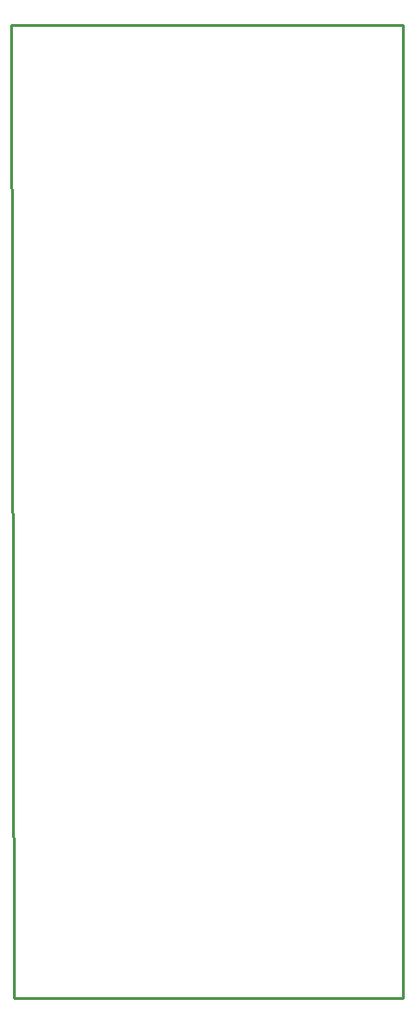
<source format=gbr>
G04 EAGLE Gerber RS-274X export*
G75*
%MOMM*%
%FSLAX34Y34*%
%LPD*%
%IN*%
%IPPOS*%
%AMOC8*
5,1,8,0,0,1.08239X$1,22.5*%
G01*
%ADD10C,0.254000*%


D10*
X-2540Y889000D02*
X0Y0D01*
X355400Y0D01*
X355400Y889000D01*
X-2540Y889000D01*
M02*

</source>
